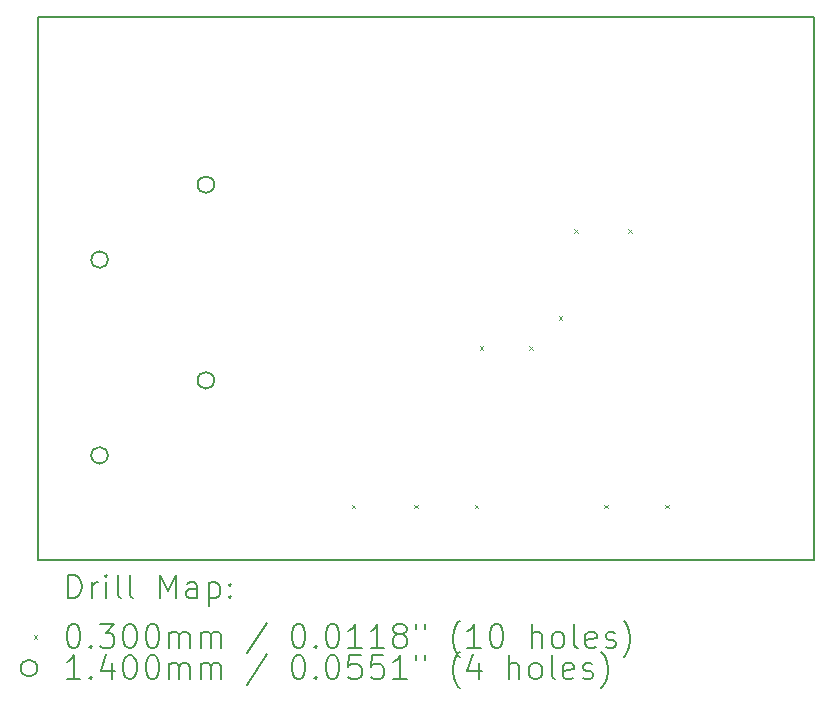
<source format=gbr>
%TF.GenerationSoftware,KiCad,Pcbnew,8.0.5*%
%TF.CreationDate,2025-02-04T03:07:30-08:00*%
%TF.ProjectId,12v converter,31327620-636f-46e7-9665-727465722e6b,rev?*%
%TF.SameCoordinates,Original*%
%TF.FileFunction,Drillmap*%
%TF.FilePolarity,Positive*%
%FSLAX45Y45*%
G04 Gerber Fmt 4.5, Leading zero omitted, Abs format (unit mm)*
G04 Created by KiCad (PCBNEW 8.0.5) date 2025-02-04 03:07:30*
%MOMM*%
%LPD*%
G01*
G04 APERTURE LIST*
%ADD10C,0.200000*%
%ADD11C,0.100000*%
%ADD12C,0.140000*%
G04 APERTURE END LIST*
D10*
X11861143Y-8574702D02*
X18430000Y-8574702D01*
X18430000Y-13170000D01*
X11861143Y-13170000D01*
X11861143Y-8574702D01*
D11*
X14515000Y-12700000D02*
X14545000Y-12730000D01*
X14545000Y-12700000D02*
X14515000Y-12730000D01*
X15045000Y-12700000D02*
X15075000Y-12730000D01*
X15075000Y-12700000D02*
X15045000Y-12730000D01*
X15555000Y-12700000D02*
X15585000Y-12730000D01*
X15585000Y-12700000D02*
X15555000Y-12730000D01*
X15596697Y-11356697D02*
X15626697Y-11386697D01*
X15626697Y-11356697D02*
X15596697Y-11386697D01*
X16018279Y-11359000D02*
X16048279Y-11389000D01*
X16048279Y-11359000D02*
X16018279Y-11389000D01*
X16265000Y-11105000D02*
X16295000Y-11135000D01*
X16295000Y-11105000D02*
X16265000Y-11135000D01*
X16399322Y-10366856D02*
X16429322Y-10396856D01*
X16429322Y-10366856D02*
X16399322Y-10396856D01*
X16650000Y-12700000D02*
X16680000Y-12730000D01*
X16680000Y-12700000D02*
X16650000Y-12730000D01*
X16855322Y-10366856D02*
X16885322Y-10396856D01*
X16885322Y-10366856D02*
X16855322Y-10396856D01*
X17170000Y-12700000D02*
X17200000Y-12730000D01*
X17200000Y-12700000D02*
X17170000Y-12730000D01*
D12*
X12448436Y-12282321D02*
G75*
G02*
X12308436Y-12282321I-70000J0D01*
G01*
X12308436Y-12282321D02*
G75*
G02*
X12448436Y-12282321I70000J0D01*
G01*
X12448878Y-10624809D02*
G75*
G02*
X12308878Y-10624809I-70000J0D01*
G01*
X12308878Y-10624809D02*
G75*
G02*
X12448878Y-10624809I70000J0D01*
G01*
X13348436Y-11647321D02*
G75*
G02*
X13208436Y-11647321I-70000J0D01*
G01*
X13208436Y-11647321D02*
G75*
G02*
X13348436Y-11647321I70000J0D01*
G01*
X13348878Y-9989809D02*
G75*
G02*
X13208878Y-9989809I-70000J0D01*
G01*
X13208878Y-9989809D02*
G75*
G02*
X13348878Y-9989809I70000J0D01*
G01*
D10*
X12111920Y-13491484D02*
X12111920Y-13291484D01*
X12111920Y-13291484D02*
X12159539Y-13291484D01*
X12159539Y-13291484D02*
X12188110Y-13301008D01*
X12188110Y-13301008D02*
X12207158Y-13320055D01*
X12207158Y-13320055D02*
X12216681Y-13339103D01*
X12216681Y-13339103D02*
X12226205Y-13377198D01*
X12226205Y-13377198D02*
X12226205Y-13405769D01*
X12226205Y-13405769D02*
X12216681Y-13443865D01*
X12216681Y-13443865D02*
X12207158Y-13462912D01*
X12207158Y-13462912D02*
X12188110Y-13481960D01*
X12188110Y-13481960D02*
X12159539Y-13491484D01*
X12159539Y-13491484D02*
X12111920Y-13491484D01*
X12311920Y-13491484D02*
X12311920Y-13358150D01*
X12311920Y-13396246D02*
X12321443Y-13377198D01*
X12321443Y-13377198D02*
X12330967Y-13367674D01*
X12330967Y-13367674D02*
X12350015Y-13358150D01*
X12350015Y-13358150D02*
X12369062Y-13358150D01*
X12435729Y-13491484D02*
X12435729Y-13358150D01*
X12435729Y-13291484D02*
X12426205Y-13301008D01*
X12426205Y-13301008D02*
X12435729Y-13310531D01*
X12435729Y-13310531D02*
X12445253Y-13301008D01*
X12445253Y-13301008D02*
X12435729Y-13291484D01*
X12435729Y-13291484D02*
X12435729Y-13310531D01*
X12559539Y-13491484D02*
X12540491Y-13481960D01*
X12540491Y-13481960D02*
X12530967Y-13462912D01*
X12530967Y-13462912D02*
X12530967Y-13291484D01*
X12664300Y-13491484D02*
X12645253Y-13481960D01*
X12645253Y-13481960D02*
X12635729Y-13462912D01*
X12635729Y-13462912D02*
X12635729Y-13291484D01*
X12892872Y-13491484D02*
X12892872Y-13291484D01*
X12892872Y-13291484D02*
X12959539Y-13434341D01*
X12959539Y-13434341D02*
X13026205Y-13291484D01*
X13026205Y-13291484D02*
X13026205Y-13491484D01*
X13207158Y-13491484D02*
X13207158Y-13386722D01*
X13207158Y-13386722D02*
X13197634Y-13367674D01*
X13197634Y-13367674D02*
X13178586Y-13358150D01*
X13178586Y-13358150D02*
X13140491Y-13358150D01*
X13140491Y-13358150D02*
X13121443Y-13367674D01*
X13207158Y-13481960D02*
X13188110Y-13491484D01*
X13188110Y-13491484D02*
X13140491Y-13491484D01*
X13140491Y-13491484D02*
X13121443Y-13481960D01*
X13121443Y-13481960D02*
X13111920Y-13462912D01*
X13111920Y-13462912D02*
X13111920Y-13443865D01*
X13111920Y-13443865D02*
X13121443Y-13424817D01*
X13121443Y-13424817D02*
X13140491Y-13415293D01*
X13140491Y-13415293D02*
X13188110Y-13415293D01*
X13188110Y-13415293D02*
X13207158Y-13405769D01*
X13302396Y-13358150D02*
X13302396Y-13558150D01*
X13302396Y-13367674D02*
X13321443Y-13358150D01*
X13321443Y-13358150D02*
X13359539Y-13358150D01*
X13359539Y-13358150D02*
X13378586Y-13367674D01*
X13378586Y-13367674D02*
X13388110Y-13377198D01*
X13388110Y-13377198D02*
X13397634Y-13396246D01*
X13397634Y-13396246D02*
X13397634Y-13453388D01*
X13397634Y-13453388D02*
X13388110Y-13472436D01*
X13388110Y-13472436D02*
X13378586Y-13481960D01*
X13378586Y-13481960D02*
X13359539Y-13491484D01*
X13359539Y-13491484D02*
X13321443Y-13491484D01*
X13321443Y-13491484D02*
X13302396Y-13481960D01*
X13483348Y-13472436D02*
X13492872Y-13481960D01*
X13492872Y-13481960D02*
X13483348Y-13491484D01*
X13483348Y-13491484D02*
X13473824Y-13481960D01*
X13473824Y-13481960D02*
X13483348Y-13472436D01*
X13483348Y-13472436D02*
X13483348Y-13491484D01*
X13483348Y-13367674D02*
X13492872Y-13377198D01*
X13492872Y-13377198D02*
X13483348Y-13386722D01*
X13483348Y-13386722D02*
X13473824Y-13377198D01*
X13473824Y-13377198D02*
X13483348Y-13367674D01*
X13483348Y-13367674D02*
X13483348Y-13386722D01*
D11*
X11821143Y-13805000D02*
X11851143Y-13835000D01*
X11851143Y-13805000D02*
X11821143Y-13835000D01*
D10*
X12150015Y-13711484D02*
X12169062Y-13711484D01*
X12169062Y-13711484D02*
X12188110Y-13721008D01*
X12188110Y-13721008D02*
X12197634Y-13730531D01*
X12197634Y-13730531D02*
X12207158Y-13749579D01*
X12207158Y-13749579D02*
X12216681Y-13787674D01*
X12216681Y-13787674D02*
X12216681Y-13835293D01*
X12216681Y-13835293D02*
X12207158Y-13873388D01*
X12207158Y-13873388D02*
X12197634Y-13892436D01*
X12197634Y-13892436D02*
X12188110Y-13901960D01*
X12188110Y-13901960D02*
X12169062Y-13911484D01*
X12169062Y-13911484D02*
X12150015Y-13911484D01*
X12150015Y-13911484D02*
X12130967Y-13901960D01*
X12130967Y-13901960D02*
X12121443Y-13892436D01*
X12121443Y-13892436D02*
X12111920Y-13873388D01*
X12111920Y-13873388D02*
X12102396Y-13835293D01*
X12102396Y-13835293D02*
X12102396Y-13787674D01*
X12102396Y-13787674D02*
X12111920Y-13749579D01*
X12111920Y-13749579D02*
X12121443Y-13730531D01*
X12121443Y-13730531D02*
X12130967Y-13721008D01*
X12130967Y-13721008D02*
X12150015Y-13711484D01*
X12302396Y-13892436D02*
X12311920Y-13901960D01*
X12311920Y-13901960D02*
X12302396Y-13911484D01*
X12302396Y-13911484D02*
X12292872Y-13901960D01*
X12292872Y-13901960D02*
X12302396Y-13892436D01*
X12302396Y-13892436D02*
X12302396Y-13911484D01*
X12378586Y-13711484D02*
X12502396Y-13711484D01*
X12502396Y-13711484D02*
X12435729Y-13787674D01*
X12435729Y-13787674D02*
X12464301Y-13787674D01*
X12464301Y-13787674D02*
X12483348Y-13797198D01*
X12483348Y-13797198D02*
X12492872Y-13806722D01*
X12492872Y-13806722D02*
X12502396Y-13825769D01*
X12502396Y-13825769D02*
X12502396Y-13873388D01*
X12502396Y-13873388D02*
X12492872Y-13892436D01*
X12492872Y-13892436D02*
X12483348Y-13901960D01*
X12483348Y-13901960D02*
X12464301Y-13911484D01*
X12464301Y-13911484D02*
X12407158Y-13911484D01*
X12407158Y-13911484D02*
X12388110Y-13901960D01*
X12388110Y-13901960D02*
X12378586Y-13892436D01*
X12626205Y-13711484D02*
X12645253Y-13711484D01*
X12645253Y-13711484D02*
X12664301Y-13721008D01*
X12664301Y-13721008D02*
X12673824Y-13730531D01*
X12673824Y-13730531D02*
X12683348Y-13749579D01*
X12683348Y-13749579D02*
X12692872Y-13787674D01*
X12692872Y-13787674D02*
X12692872Y-13835293D01*
X12692872Y-13835293D02*
X12683348Y-13873388D01*
X12683348Y-13873388D02*
X12673824Y-13892436D01*
X12673824Y-13892436D02*
X12664301Y-13901960D01*
X12664301Y-13901960D02*
X12645253Y-13911484D01*
X12645253Y-13911484D02*
X12626205Y-13911484D01*
X12626205Y-13911484D02*
X12607158Y-13901960D01*
X12607158Y-13901960D02*
X12597634Y-13892436D01*
X12597634Y-13892436D02*
X12588110Y-13873388D01*
X12588110Y-13873388D02*
X12578586Y-13835293D01*
X12578586Y-13835293D02*
X12578586Y-13787674D01*
X12578586Y-13787674D02*
X12588110Y-13749579D01*
X12588110Y-13749579D02*
X12597634Y-13730531D01*
X12597634Y-13730531D02*
X12607158Y-13721008D01*
X12607158Y-13721008D02*
X12626205Y-13711484D01*
X12816681Y-13711484D02*
X12835729Y-13711484D01*
X12835729Y-13711484D02*
X12854777Y-13721008D01*
X12854777Y-13721008D02*
X12864301Y-13730531D01*
X12864301Y-13730531D02*
X12873824Y-13749579D01*
X12873824Y-13749579D02*
X12883348Y-13787674D01*
X12883348Y-13787674D02*
X12883348Y-13835293D01*
X12883348Y-13835293D02*
X12873824Y-13873388D01*
X12873824Y-13873388D02*
X12864301Y-13892436D01*
X12864301Y-13892436D02*
X12854777Y-13901960D01*
X12854777Y-13901960D02*
X12835729Y-13911484D01*
X12835729Y-13911484D02*
X12816681Y-13911484D01*
X12816681Y-13911484D02*
X12797634Y-13901960D01*
X12797634Y-13901960D02*
X12788110Y-13892436D01*
X12788110Y-13892436D02*
X12778586Y-13873388D01*
X12778586Y-13873388D02*
X12769062Y-13835293D01*
X12769062Y-13835293D02*
X12769062Y-13787674D01*
X12769062Y-13787674D02*
X12778586Y-13749579D01*
X12778586Y-13749579D02*
X12788110Y-13730531D01*
X12788110Y-13730531D02*
X12797634Y-13721008D01*
X12797634Y-13721008D02*
X12816681Y-13711484D01*
X12969062Y-13911484D02*
X12969062Y-13778150D01*
X12969062Y-13797198D02*
X12978586Y-13787674D01*
X12978586Y-13787674D02*
X12997634Y-13778150D01*
X12997634Y-13778150D02*
X13026205Y-13778150D01*
X13026205Y-13778150D02*
X13045253Y-13787674D01*
X13045253Y-13787674D02*
X13054777Y-13806722D01*
X13054777Y-13806722D02*
X13054777Y-13911484D01*
X13054777Y-13806722D02*
X13064301Y-13787674D01*
X13064301Y-13787674D02*
X13083348Y-13778150D01*
X13083348Y-13778150D02*
X13111920Y-13778150D01*
X13111920Y-13778150D02*
X13130967Y-13787674D01*
X13130967Y-13787674D02*
X13140491Y-13806722D01*
X13140491Y-13806722D02*
X13140491Y-13911484D01*
X13235729Y-13911484D02*
X13235729Y-13778150D01*
X13235729Y-13797198D02*
X13245253Y-13787674D01*
X13245253Y-13787674D02*
X13264301Y-13778150D01*
X13264301Y-13778150D02*
X13292872Y-13778150D01*
X13292872Y-13778150D02*
X13311920Y-13787674D01*
X13311920Y-13787674D02*
X13321443Y-13806722D01*
X13321443Y-13806722D02*
X13321443Y-13911484D01*
X13321443Y-13806722D02*
X13330967Y-13787674D01*
X13330967Y-13787674D02*
X13350015Y-13778150D01*
X13350015Y-13778150D02*
X13378586Y-13778150D01*
X13378586Y-13778150D02*
X13397634Y-13787674D01*
X13397634Y-13787674D02*
X13407158Y-13806722D01*
X13407158Y-13806722D02*
X13407158Y-13911484D01*
X13797634Y-13701960D02*
X13626205Y-13959103D01*
X14054777Y-13711484D02*
X14073825Y-13711484D01*
X14073825Y-13711484D02*
X14092872Y-13721008D01*
X14092872Y-13721008D02*
X14102396Y-13730531D01*
X14102396Y-13730531D02*
X14111920Y-13749579D01*
X14111920Y-13749579D02*
X14121444Y-13787674D01*
X14121444Y-13787674D02*
X14121444Y-13835293D01*
X14121444Y-13835293D02*
X14111920Y-13873388D01*
X14111920Y-13873388D02*
X14102396Y-13892436D01*
X14102396Y-13892436D02*
X14092872Y-13901960D01*
X14092872Y-13901960D02*
X14073825Y-13911484D01*
X14073825Y-13911484D02*
X14054777Y-13911484D01*
X14054777Y-13911484D02*
X14035729Y-13901960D01*
X14035729Y-13901960D02*
X14026205Y-13892436D01*
X14026205Y-13892436D02*
X14016682Y-13873388D01*
X14016682Y-13873388D02*
X14007158Y-13835293D01*
X14007158Y-13835293D02*
X14007158Y-13787674D01*
X14007158Y-13787674D02*
X14016682Y-13749579D01*
X14016682Y-13749579D02*
X14026205Y-13730531D01*
X14026205Y-13730531D02*
X14035729Y-13721008D01*
X14035729Y-13721008D02*
X14054777Y-13711484D01*
X14207158Y-13892436D02*
X14216682Y-13901960D01*
X14216682Y-13901960D02*
X14207158Y-13911484D01*
X14207158Y-13911484D02*
X14197634Y-13901960D01*
X14197634Y-13901960D02*
X14207158Y-13892436D01*
X14207158Y-13892436D02*
X14207158Y-13911484D01*
X14340491Y-13711484D02*
X14359539Y-13711484D01*
X14359539Y-13711484D02*
X14378586Y-13721008D01*
X14378586Y-13721008D02*
X14388110Y-13730531D01*
X14388110Y-13730531D02*
X14397634Y-13749579D01*
X14397634Y-13749579D02*
X14407158Y-13787674D01*
X14407158Y-13787674D02*
X14407158Y-13835293D01*
X14407158Y-13835293D02*
X14397634Y-13873388D01*
X14397634Y-13873388D02*
X14388110Y-13892436D01*
X14388110Y-13892436D02*
X14378586Y-13901960D01*
X14378586Y-13901960D02*
X14359539Y-13911484D01*
X14359539Y-13911484D02*
X14340491Y-13911484D01*
X14340491Y-13911484D02*
X14321444Y-13901960D01*
X14321444Y-13901960D02*
X14311920Y-13892436D01*
X14311920Y-13892436D02*
X14302396Y-13873388D01*
X14302396Y-13873388D02*
X14292872Y-13835293D01*
X14292872Y-13835293D02*
X14292872Y-13787674D01*
X14292872Y-13787674D02*
X14302396Y-13749579D01*
X14302396Y-13749579D02*
X14311920Y-13730531D01*
X14311920Y-13730531D02*
X14321444Y-13721008D01*
X14321444Y-13721008D02*
X14340491Y-13711484D01*
X14597634Y-13911484D02*
X14483348Y-13911484D01*
X14540491Y-13911484D02*
X14540491Y-13711484D01*
X14540491Y-13711484D02*
X14521444Y-13740055D01*
X14521444Y-13740055D02*
X14502396Y-13759103D01*
X14502396Y-13759103D02*
X14483348Y-13768627D01*
X14788110Y-13911484D02*
X14673825Y-13911484D01*
X14730967Y-13911484D02*
X14730967Y-13711484D01*
X14730967Y-13711484D02*
X14711920Y-13740055D01*
X14711920Y-13740055D02*
X14692872Y-13759103D01*
X14692872Y-13759103D02*
X14673825Y-13768627D01*
X14902396Y-13797198D02*
X14883348Y-13787674D01*
X14883348Y-13787674D02*
X14873825Y-13778150D01*
X14873825Y-13778150D02*
X14864301Y-13759103D01*
X14864301Y-13759103D02*
X14864301Y-13749579D01*
X14864301Y-13749579D02*
X14873825Y-13730531D01*
X14873825Y-13730531D02*
X14883348Y-13721008D01*
X14883348Y-13721008D02*
X14902396Y-13711484D01*
X14902396Y-13711484D02*
X14940491Y-13711484D01*
X14940491Y-13711484D02*
X14959539Y-13721008D01*
X14959539Y-13721008D02*
X14969063Y-13730531D01*
X14969063Y-13730531D02*
X14978586Y-13749579D01*
X14978586Y-13749579D02*
X14978586Y-13759103D01*
X14978586Y-13759103D02*
X14969063Y-13778150D01*
X14969063Y-13778150D02*
X14959539Y-13787674D01*
X14959539Y-13787674D02*
X14940491Y-13797198D01*
X14940491Y-13797198D02*
X14902396Y-13797198D01*
X14902396Y-13797198D02*
X14883348Y-13806722D01*
X14883348Y-13806722D02*
X14873825Y-13816246D01*
X14873825Y-13816246D02*
X14864301Y-13835293D01*
X14864301Y-13835293D02*
X14864301Y-13873388D01*
X14864301Y-13873388D02*
X14873825Y-13892436D01*
X14873825Y-13892436D02*
X14883348Y-13901960D01*
X14883348Y-13901960D02*
X14902396Y-13911484D01*
X14902396Y-13911484D02*
X14940491Y-13911484D01*
X14940491Y-13911484D02*
X14959539Y-13901960D01*
X14959539Y-13901960D02*
X14969063Y-13892436D01*
X14969063Y-13892436D02*
X14978586Y-13873388D01*
X14978586Y-13873388D02*
X14978586Y-13835293D01*
X14978586Y-13835293D02*
X14969063Y-13816246D01*
X14969063Y-13816246D02*
X14959539Y-13806722D01*
X14959539Y-13806722D02*
X14940491Y-13797198D01*
X15054777Y-13711484D02*
X15054777Y-13749579D01*
X15130967Y-13711484D02*
X15130967Y-13749579D01*
X15426206Y-13987674D02*
X15416682Y-13978150D01*
X15416682Y-13978150D02*
X15397634Y-13949579D01*
X15397634Y-13949579D02*
X15388110Y-13930531D01*
X15388110Y-13930531D02*
X15378587Y-13901960D01*
X15378587Y-13901960D02*
X15369063Y-13854341D01*
X15369063Y-13854341D02*
X15369063Y-13816246D01*
X15369063Y-13816246D02*
X15378587Y-13768627D01*
X15378587Y-13768627D02*
X15388110Y-13740055D01*
X15388110Y-13740055D02*
X15397634Y-13721008D01*
X15397634Y-13721008D02*
X15416682Y-13692436D01*
X15416682Y-13692436D02*
X15426206Y-13682912D01*
X15607158Y-13911484D02*
X15492872Y-13911484D01*
X15550015Y-13911484D02*
X15550015Y-13711484D01*
X15550015Y-13711484D02*
X15530967Y-13740055D01*
X15530967Y-13740055D02*
X15511920Y-13759103D01*
X15511920Y-13759103D02*
X15492872Y-13768627D01*
X15730967Y-13711484D02*
X15750015Y-13711484D01*
X15750015Y-13711484D02*
X15769063Y-13721008D01*
X15769063Y-13721008D02*
X15778587Y-13730531D01*
X15778587Y-13730531D02*
X15788110Y-13749579D01*
X15788110Y-13749579D02*
X15797634Y-13787674D01*
X15797634Y-13787674D02*
X15797634Y-13835293D01*
X15797634Y-13835293D02*
X15788110Y-13873388D01*
X15788110Y-13873388D02*
X15778587Y-13892436D01*
X15778587Y-13892436D02*
X15769063Y-13901960D01*
X15769063Y-13901960D02*
X15750015Y-13911484D01*
X15750015Y-13911484D02*
X15730967Y-13911484D01*
X15730967Y-13911484D02*
X15711920Y-13901960D01*
X15711920Y-13901960D02*
X15702396Y-13892436D01*
X15702396Y-13892436D02*
X15692872Y-13873388D01*
X15692872Y-13873388D02*
X15683348Y-13835293D01*
X15683348Y-13835293D02*
X15683348Y-13787674D01*
X15683348Y-13787674D02*
X15692872Y-13749579D01*
X15692872Y-13749579D02*
X15702396Y-13730531D01*
X15702396Y-13730531D02*
X15711920Y-13721008D01*
X15711920Y-13721008D02*
X15730967Y-13711484D01*
X16035729Y-13911484D02*
X16035729Y-13711484D01*
X16121444Y-13911484D02*
X16121444Y-13806722D01*
X16121444Y-13806722D02*
X16111920Y-13787674D01*
X16111920Y-13787674D02*
X16092872Y-13778150D01*
X16092872Y-13778150D02*
X16064301Y-13778150D01*
X16064301Y-13778150D02*
X16045253Y-13787674D01*
X16045253Y-13787674D02*
X16035729Y-13797198D01*
X16245253Y-13911484D02*
X16226206Y-13901960D01*
X16226206Y-13901960D02*
X16216682Y-13892436D01*
X16216682Y-13892436D02*
X16207158Y-13873388D01*
X16207158Y-13873388D02*
X16207158Y-13816246D01*
X16207158Y-13816246D02*
X16216682Y-13797198D01*
X16216682Y-13797198D02*
X16226206Y-13787674D01*
X16226206Y-13787674D02*
X16245253Y-13778150D01*
X16245253Y-13778150D02*
X16273825Y-13778150D01*
X16273825Y-13778150D02*
X16292872Y-13787674D01*
X16292872Y-13787674D02*
X16302396Y-13797198D01*
X16302396Y-13797198D02*
X16311920Y-13816246D01*
X16311920Y-13816246D02*
X16311920Y-13873388D01*
X16311920Y-13873388D02*
X16302396Y-13892436D01*
X16302396Y-13892436D02*
X16292872Y-13901960D01*
X16292872Y-13901960D02*
X16273825Y-13911484D01*
X16273825Y-13911484D02*
X16245253Y-13911484D01*
X16426206Y-13911484D02*
X16407158Y-13901960D01*
X16407158Y-13901960D02*
X16397634Y-13882912D01*
X16397634Y-13882912D02*
X16397634Y-13711484D01*
X16578587Y-13901960D02*
X16559539Y-13911484D01*
X16559539Y-13911484D02*
X16521444Y-13911484D01*
X16521444Y-13911484D02*
X16502396Y-13901960D01*
X16502396Y-13901960D02*
X16492872Y-13882912D01*
X16492872Y-13882912D02*
X16492872Y-13806722D01*
X16492872Y-13806722D02*
X16502396Y-13787674D01*
X16502396Y-13787674D02*
X16521444Y-13778150D01*
X16521444Y-13778150D02*
X16559539Y-13778150D01*
X16559539Y-13778150D02*
X16578587Y-13787674D01*
X16578587Y-13787674D02*
X16588110Y-13806722D01*
X16588110Y-13806722D02*
X16588110Y-13825769D01*
X16588110Y-13825769D02*
X16492872Y-13844817D01*
X16664301Y-13901960D02*
X16683349Y-13911484D01*
X16683349Y-13911484D02*
X16721444Y-13911484D01*
X16721444Y-13911484D02*
X16740491Y-13901960D01*
X16740491Y-13901960D02*
X16750015Y-13882912D01*
X16750015Y-13882912D02*
X16750015Y-13873388D01*
X16750015Y-13873388D02*
X16740491Y-13854341D01*
X16740491Y-13854341D02*
X16721444Y-13844817D01*
X16721444Y-13844817D02*
X16692872Y-13844817D01*
X16692872Y-13844817D02*
X16673825Y-13835293D01*
X16673825Y-13835293D02*
X16664301Y-13816246D01*
X16664301Y-13816246D02*
X16664301Y-13806722D01*
X16664301Y-13806722D02*
X16673825Y-13787674D01*
X16673825Y-13787674D02*
X16692872Y-13778150D01*
X16692872Y-13778150D02*
X16721444Y-13778150D01*
X16721444Y-13778150D02*
X16740491Y-13787674D01*
X16816682Y-13987674D02*
X16826206Y-13978150D01*
X16826206Y-13978150D02*
X16845253Y-13949579D01*
X16845253Y-13949579D02*
X16854777Y-13930531D01*
X16854777Y-13930531D02*
X16864301Y-13901960D01*
X16864301Y-13901960D02*
X16873825Y-13854341D01*
X16873825Y-13854341D02*
X16873825Y-13816246D01*
X16873825Y-13816246D02*
X16864301Y-13768627D01*
X16864301Y-13768627D02*
X16854777Y-13740055D01*
X16854777Y-13740055D02*
X16845253Y-13721008D01*
X16845253Y-13721008D02*
X16826206Y-13692436D01*
X16826206Y-13692436D02*
X16816682Y-13682912D01*
D12*
X11851143Y-14084000D02*
G75*
G02*
X11711143Y-14084000I-70000J0D01*
G01*
X11711143Y-14084000D02*
G75*
G02*
X11851143Y-14084000I70000J0D01*
G01*
D10*
X12216681Y-14175484D02*
X12102396Y-14175484D01*
X12159539Y-14175484D02*
X12159539Y-13975484D01*
X12159539Y-13975484D02*
X12140491Y-14004055D01*
X12140491Y-14004055D02*
X12121443Y-14023103D01*
X12121443Y-14023103D02*
X12102396Y-14032627D01*
X12302396Y-14156436D02*
X12311920Y-14165960D01*
X12311920Y-14165960D02*
X12302396Y-14175484D01*
X12302396Y-14175484D02*
X12292872Y-14165960D01*
X12292872Y-14165960D02*
X12302396Y-14156436D01*
X12302396Y-14156436D02*
X12302396Y-14175484D01*
X12483348Y-14042150D02*
X12483348Y-14175484D01*
X12435729Y-13965960D02*
X12388110Y-14108817D01*
X12388110Y-14108817D02*
X12511920Y-14108817D01*
X12626205Y-13975484D02*
X12645253Y-13975484D01*
X12645253Y-13975484D02*
X12664301Y-13985008D01*
X12664301Y-13985008D02*
X12673824Y-13994531D01*
X12673824Y-13994531D02*
X12683348Y-14013579D01*
X12683348Y-14013579D02*
X12692872Y-14051674D01*
X12692872Y-14051674D02*
X12692872Y-14099293D01*
X12692872Y-14099293D02*
X12683348Y-14137388D01*
X12683348Y-14137388D02*
X12673824Y-14156436D01*
X12673824Y-14156436D02*
X12664301Y-14165960D01*
X12664301Y-14165960D02*
X12645253Y-14175484D01*
X12645253Y-14175484D02*
X12626205Y-14175484D01*
X12626205Y-14175484D02*
X12607158Y-14165960D01*
X12607158Y-14165960D02*
X12597634Y-14156436D01*
X12597634Y-14156436D02*
X12588110Y-14137388D01*
X12588110Y-14137388D02*
X12578586Y-14099293D01*
X12578586Y-14099293D02*
X12578586Y-14051674D01*
X12578586Y-14051674D02*
X12588110Y-14013579D01*
X12588110Y-14013579D02*
X12597634Y-13994531D01*
X12597634Y-13994531D02*
X12607158Y-13985008D01*
X12607158Y-13985008D02*
X12626205Y-13975484D01*
X12816681Y-13975484D02*
X12835729Y-13975484D01*
X12835729Y-13975484D02*
X12854777Y-13985008D01*
X12854777Y-13985008D02*
X12864301Y-13994531D01*
X12864301Y-13994531D02*
X12873824Y-14013579D01*
X12873824Y-14013579D02*
X12883348Y-14051674D01*
X12883348Y-14051674D02*
X12883348Y-14099293D01*
X12883348Y-14099293D02*
X12873824Y-14137388D01*
X12873824Y-14137388D02*
X12864301Y-14156436D01*
X12864301Y-14156436D02*
X12854777Y-14165960D01*
X12854777Y-14165960D02*
X12835729Y-14175484D01*
X12835729Y-14175484D02*
X12816681Y-14175484D01*
X12816681Y-14175484D02*
X12797634Y-14165960D01*
X12797634Y-14165960D02*
X12788110Y-14156436D01*
X12788110Y-14156436D02*
X12778586Y-14137388D01*
X12778586Y-14137388D02*
X12769062Y-14099293D01*
X12769062Y-14099293D02*
X12769062Y-14051674D01*
X12769062Y-14051674D02*
X12778586Y-14013579D01*
X12778586Y-14013579D02*
X12788110Y-13994531D01*
X12788110Y-13994531D02*
X12797634Y-13985008D01*
X12797634Y-13985008D02*
X12816681Y-13975484D01*
X12969062Y-14175484D02*
X12969062Y-14042150D01*
X12969062Y-14061198D02*
X12978586Y-14051674D01*
X12978586Y-14051674D02*
X12997634Y-14042150D01*
X12997634Y-14042150D02*
X13026205Y-14042150D01*
X13026205Y-14042150D02*
X13045253Y-14051674D01*
X13045253Y-14051674D02*
X13054777Y-14070722D01*
X13054777Y-14070722D02*
X13054777Y-14175484D01*
X13054777Y-14070722D02*
X13064301Y-14051674D01*
X13064301Y-14051674D02*
X13083348Y-14042150D01*
X13083348Y-14042150D02*
X13111920Y-14042150D01*
X13111920Y-14042150D02*
X13130967Y-14051674D01*
X13130967Y-14051674D02*
X13140491Y-14070722D01*
X13140491Y-14070722D02*
X13140491Y-14175484D01*
X13235729Y-14175484D02*
X13235729Y-14042150D01*
X13235729Y-14061198D02*
X13245253Y-14051674D01*
X13245253Y-14051674D02*
X13264301Y-14042150D01*
X13264301Y-14042150D02*
X13292872Y-14042150D01*
X13292872Y-14042150D02*
X13311920Y-14051674D01*
X13311920Y-14051674D02*
X13321443Y-14070722D01*
X13321443Y-14070722D02*
X13321443Y-14175484D01*
X13321443Y-14070722D02*
X13330967Y-14051674D01*
X13330967Y-14051674D02*
X13350015Y-14042150D01*
X13350015Y-14042150D02*
X13378586Y-14042150D01*
X13378586Y-14042150D02*
X13397634Y-14051674D01*
X13397634Y-14051674D02*
X13407158Y-14070722D01*
X13407158Y-14070722D02*
X13407158Y-14175484D01*
X13797634Y-13965960D02*
X13626205Y-14223103D01*
X14054777Y-13975484D02*
X14073825Y-13975484D01*
X14073825Y-13975484D02*
X14092872Y-13985008D01*
X14092872Y-13985008D02*
X14102396Y-13994531D01*
X14102396Y-13994531D02*
X14111920Y-14013579D01*
X14111920Y-14013579D02*
X14121444Y-14051674D01*
X14121444Y-14051674D02*
X14121444Y-14099293D01*
X14121444Y-14099293D02*
X14111920Y-14137388D01*
X14111920Y-14137388D02*
X14102396Y-14156436D01*
X14102396Y-14156436D02*
X14092872Y-14165960D01*
X14092872Y-14165960D02*
X14073825Y-14175484D01*
X14073825Y-14175484D02*
X14054777Y-14175484D01*
X14054777Y-14175484D02*
X14035729Y-14165960D01*
X14035729Y-14165960D02*
X14026205Y-14156436D01*
X14026205Y-14156436D02*
X14016682Y-14137388D01*
X14016682Y-14137388D02*
X14007158Y-14099293D01*
X14007158Y-14099293D02*
X14007158Y-14051674D01*
X14007158Y-14051674D02*
X14016682Y-14013579D01*
X14016682Y-14013579D02*
X14026205Y-13994531D01*
X14026205Y-13994531D02*
X14035729Y-13985008D01*
X14035729Y-13985008D02*
X14054777Y-13975484D01*
X14207158Y-14156436D02*
X14216682Y-14165960D01*
X14216682Y-14165960D02*
X14207158Y-14175484D01*
X14207158Y-14175484D02*
X14197634Y-14165960D01*
X14197634Y-14165960D02*
X14207158Y-14156436D01*
X14207158Y-14156436D02*
X14207158Y-14175484D01*
X14340491Y-13975484D02*
X14359539Y-13975484D01*
X14359539Y-13975484D02*
X14378586Y-13985008D01*
X14378586Y-13985008D02*
X14388110Y-13994531D01*
X14388110Y-13994531D02*
X14397634Y-14013579D01*
X14397634Y-14013579D02*
X14407158Y-14051674D01*
X14407158Y-14051674D02*
X14407158Y-14099293D01*
X14407158Y-14099293D02*
X14397634Y-14137388D01*
X14397634Y-14137388D02*
X14388110Y-14156436D01*
X14388110Y-14156436D02*
X14378586Y-14165960D01*
X14378586Y-14165960D02*
X14359539Y-14175484D01*
X14359539Y-14175484D02*
X14340491Y-14175484D01*
X14340491Y-14175484D02*
X14321444Y-14165960D01*
X14321444Y-14165960D02*
X14311920Y-14156436D01*
X14311920Y-14156436D02*
X14302396Y-14137388D01*
X14302396Y-14137388D02*
X14292872Y-14099293D01*
X14292872Y-14099293D02*
X14292872Y-14051674D01*
X14292872Y-14051674D02*
X14302396Y-14013579D01*
X14302396Y-14013579D02*
X14311920Y-13994531D01*
X14311920Y-13994531D02*
X14321444Y-13985008D01*
X14321444Y-13985008D02*
X14340491Y-13975484D01*
X14588110Y-13975484D02*
X14492872Y-13975484D01*
X14492872Y-13975484D02*
X14483348Y-14070722D01*
X14483348Y-14070722D02*
X14492872Y-14061198D01*
X14492872Y-14061198D02*
X14511920Y-14051674D01*
X14511920Y-14051674D02*
X14559539Y-14051674D01*
X14559539Y-14051674D02*
X14578586Y-14061198D01*
X14578586Y-14061198D02*
X14588110Y-14070722D01*
X14588110Y-14070722D02*
X14597634Y-14089769D01*
X14597634Y-14089769D02*
X14597634Y-14137388D01*
X14597634Y-14137388D02*
X14588110Y-14156436D01*
X14588110Y-14156436D02*
X14578586Y-14165960D01*
X14578586Y-14165960D02*
X14559539Y-14175484D01*
X14559539Y-14175484D02*
X14511920Y-14175484D01*
X14511920Y-14175484D02*
X14492872Y-14165960D01*
X14492872Y-14165960D02*
X14483348Y-14156436D01*
X14778586Y-13975484D02*
X14683348Y-13975484D01*
X14683348Y-13975484D02*
X14673825Y-14070722D01*
X14673825Y-14070722D02*
X14683348Y-14061198D01*
X14683348Y-14061198D02*
X14702396Y-14051674D01*
X14702396Y-14051674D02*
X14750015Y-14051674D01*
X14750015Y-14051674D02*
X14769063Y-14061198D01*
X14769063Y-14061198D02*
X14778586Y-14070722D01*
X14778586Y-14070722D02*
X14788110Y-14089769D01*
X14788110Y-14089769D02*
X14788110Y-14137388D01*
X14788110Y-14137388D02*
X14778586Y-14156436D01*
X14778586Y-14156436D02*
X14769063Y-14165960D01*
X14769063Y-14165960D02*
X14750015Y-14175484D01*
X14750015Y-14175484D02*
X14702396Y-14175484D01*
X14702396Y-14175484D02*
X14683348Y-14165960D01*
X14683348Y-14165960D02*
X14673825Y-14156436D01*
X14978586Y-14175484D02*
X14864301Y-14175484D01*
X14921444Y-14175484D02*
X14921444Y-13975484D01*
X14921444Y-13975484D02*
X14902396Y-14004055D01*
X14902396Y-14004055D02*
X14883348Y-14023103D01*
X14883348Y-14023103D02*
X14864301Y-14032627D01*
X15054777Y-13975484D02*
X15054777Y-14013579D01*
X15130967Y-13975484D02*
X15130967Y-14013579D01*
X15426206Y-14251674D02*
X15416682Y-14242150D01*
X15416682Y-14242150D02*
X15397634Y-14213579D01*
X15397634Y-14213579D02*
X15388110Y-14194531D01*
X15388110Y-14194531D02*
X15378587Y-14165960D01*
X15378587Y-14165960D02*
X15369063Y-14118341D01*
X15369063Y-14118341D02*
X15369063Y-14080246D01*
X15369063Y-14080246D02*
X15378587Y-14032627D01*
X15378587Y-14032627D02*
X15388110Y-14004055D01*
X15388110Y-14004055D02*
X15397634Y-13985008D01*
X15397634Y-13985008D02*
X15416682Y-13956436D01*
X15416682Y-13956436D02*
X15426206Y-13946912D01*
X15588110Y-14042150D02*
X15588110Y-14175484D01*
X15540491Y-13965960D02*
X15492872Y-14108817D01*
X15492872Y-14108817D02*
X15616682Y-14108817D01*
X15845253Y-14175484D02*
X15845253Y-13975484D01*
X15930968Y-14175484D02*
X15930968Y-14070722D01*
X15930968Y-14070722D02*
X15921444Y-14051674D01*
X15921444Y-14051674D02*
X15902396Y-14042150D01*
X15902396Y-14042150D02*
X15873825Y-14042150D01*
X15873825Y-14042150D02*
X15854777Y-14051674D01*
X15854777Y-14051674D02*
X15845253Y-14061198D01*
X16054777Y-14175484D02*
X16035729Y-14165960D01*
X16035729Y-14165960D02*
X16026206Y-14156436D01*
X16026206Y-14156436D02*
X16016682Y-14137388D01*
X16016682Y-14137388D02*
X16016682Y-14080246D01*
X16016682Y-14080246D02*
X16026206Y-14061198D01*
X16026206Y-14061198D02*
X16035729Y-14051674D01*
X16035729Y-14051674D02*
X16054777Y-14042150D01*
X16054777Y-14042150D02*
X16083349Y-14042150D01*
X16083349Y-14042150D02*
X16102396Y-14051674D01*
X16102396Y-14051674D02*
X16111920Y-14061198D01*
X16111920Y-14061198D02*
X16121444Y-14080246D01*
X16121444Y-14080246D02*
X16121444Y-14137388D01*
X16121444Y-14137388D02*
X16111920Y-14156436D01*
X16111920Y-14156436D02*
X16102396Y-14165960D01*
X16102396Y-14165960D02*
X16083349Y-14175484D01*
X16083349Y-14175484D02*
X16054777Y-14175484D01*
X16235729Y-14175484D02*
X16216682Y-14165960D01*
X16216682Y-14165960D02*
X16207158Y-14146912D01*
X16207158Y-14146912D02*
X16207158Y-13975484D01*
X16388110Y-14165960D02*
X16369063Y-14175484D01*
X16369063Y-14175484D02*
X16330968Y-14175484D01*
X16330968Y-14175484D02*
X16311920Y-14165960D01*
X16311920Y-14165960D02*
X16302396Y-14146912D01*
X16302396Y-14146912D02*
X16302396Y-14070722D01*
X16302396Y-14070722D02*
X16311920Y-14051674D01*
X16311920Y-14051674D02*
X16330968Y-14042150D01*
X16330968Y-14042150D02*
X16369063Y-14042150D01*
X16369063Y-14042150D02*
X16388110Y-14051674D01*
X16388110Y-14051674D02*
X16397634Y-14070722D01*
X16397634Y-14070722D02*
X16397634Y-14089769D01*
X16397634Y-14089769D02*
X16302396Y-14108817D01*
X16473825Y-14165960D02*
X16492872Y-14175484D01*
X16492872Y-14175484D02*
X16530968Y-14175484D01*
X16530968Y-14175484D02*
X16550015Y-14165960D01*
X16550015Y-14165960D02*
X16559539Y-14146912D01*
X16559539Y-14146912D02*
X16559539Y-14137388D01*
X16559539Y-14137388D02*
X16550015Y-14118341D01*
X16550015Y-14118341D02*
X16530968Y-14108817D01*
X16530968Y-14108817D02*
X16502396Y-14108817D01*
X16502396Y-14108817D02*
X16483349Y-14099293D01*
X16483349Y-14099293D02*
X16473825Y-14080246D01*
X16473825Y-14080246D02*
X16473825Y-14070722D01*
X16473825Y-14070722D02*
X16483349Y-14051674D01*
X16483349Y-14051674D02*
X16502396Y-14042150D01*
X16502396Y-14042150D02*
X16530968Y-14042150D01*
X16530968Y-14042150D02*
X16550015Y-14051674D01*
X16626206Y-14251674D02*
X16635730Y-14242150D01*
X16635730Y-14242150D02*
X16654777Y-14213579D01*
X16654777Y-14213579D02*
X16664301Y-14194531D01*
X16664301Y-14194531D02*
X16673825Y-14165960D01*
X16673825Y-14165960D02*
X16683349Y-14118341D01*
X16683349Y-14118341D02*
X16683349Y-14080246D01*
X16683349Y-14080246D02*
X16673825Y-14032627D01*
X16673825Y-14032627D02*
X16664301Y-14004055D01*
X16664301Y-14004055D02*
X16654777Y-13985008D01*
X16654777Y-13985008D02*
X16635730Y-13956436D01*
X16635730Y-13956436D02*
X16626206Y-13946912D01*
M02*

</source>
